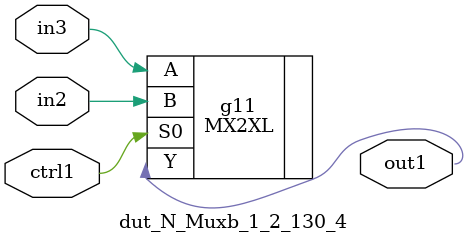
<source format=v>
`timescale 1ps / 1ps


module dut_N_Muxb_1_2_130_4(in3, in2, ctrl1, out1);
  input in3, in2, ctrl1;
  output out1;
  wire in3, in2, ctrl1;
  wire out1;
  MX2XL g11(.A (in3), .B (in2), .S0 (ctrl1), .Y (out1));
endmodule



</source>
